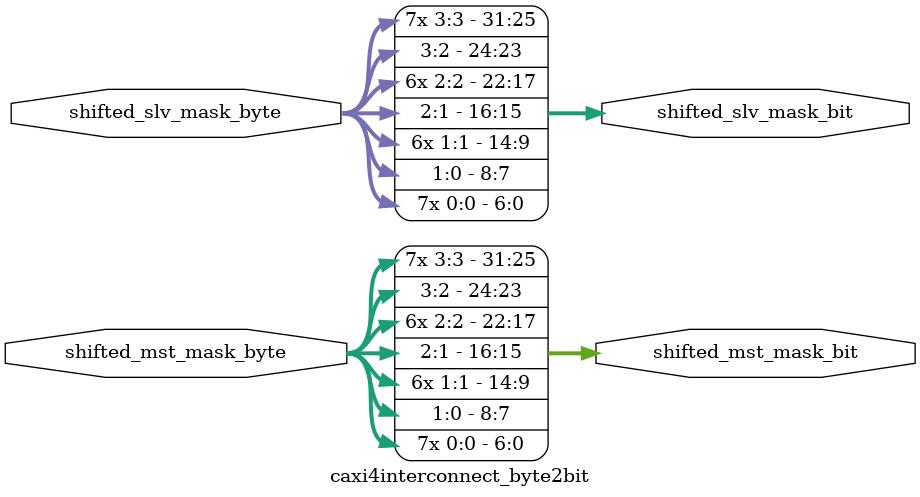
<source format=v>
module caxi4interconnect_byte2bit (
                                 //  input ports
                                 shifted_slv_mask_bit,
                                 shifted_mst_mask_bit,
 
                                 //  output ports
                                 shifted_slv_mask_byte,
                                 shifted_mst_mask_byte
                                 );
 
   parameter        DATA_WIDTH_IN             = 32;
   parameter        DATA_WIDTH_OUT            = 32;
//  output ports
   output     [DATA_WIDTH_IN - 1:0] shifted_slv_mask_bit;
   wire      [DATA_WIDTH_IN - 1:0] shifted_slv_mask_bit;
   output     [DATA_WIDTH_OUT - 1:0] shifted_mst_mask_bit;
   wire      [DATA_WIDTH_OUT - 1:0] shifted_mst_mask_bit;
//  input ports
   input    [(DATA_WIDTH_IN / 8) - 1:0] shifted_slv_mask_byte;
   wire      [(DATA_WIDTH_IN / 8) - 1:0] shifted_slv_mask_byte;
   input    [(DATA_WIDTH_OUT / 8) - 1:0] shifted_mst_mask_byte;
   wire      [(DATA_WIDTH_OUT / 8) - 1:0] shifted_mst_mask_byte;

   genvar i;

   generate
     for (i=0;i<(DATA_WIDTH_IN/8);i=i+1) begin
       assign shifted_slv_mask_bit[(8*i)+:8] = {8{shifted_slv_mask_byte[i]}};
     end
   endgenerate

   generate
     for (i=0;i<(DATA_WIDTH_OUT/8);i=i+1) begin
       assign shifted_mst_mask_bit[(8*i)+:8] = {8{shifted_mst_mask_byte[i]}};
     end
   endgenerate

endmodule


</source>
